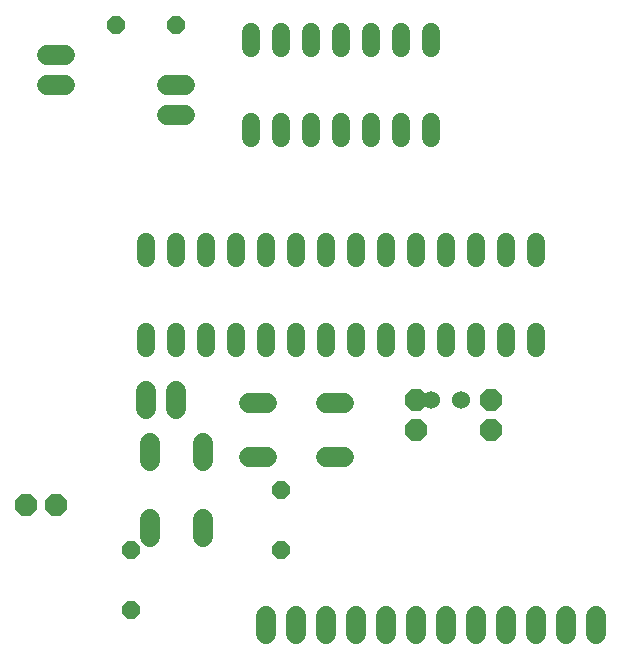
<source format=gts>
G75*
%MOIN*%
%OFA0B0*%
%FSLAX25Y25*%
%IPPOS*%
%LPD*%
%AMOC8*
5,1,8,0,0,1.08239X$1,22.5*
%
%ADD10OC8,0.07100*%
%ADD11C,0.06000*%
%ADD12C,0.06800*%
%ADD13C,0.06000*%
%ADD14OC8,0.06000*%
D10*
X0011800Y0071800D03*
X0021800Y0071800D03*
X0141800Y0096800D03*
X0141800Y0106800D03*
X0166800Y0106800D03*
X0166800Y0096800D03*
D11*
X0161800Y0124200D02*
X0161800Y0129400D01*
X0151800Y0129400D02*
X0151800Y0124200D01*
X0141800Y0124200D02*
X0141800Y0129400D01*
X0131800Y0129400D02*
X0131800Y0124200D01*
X0121800Y0124200D02*
X0121800Y0129400D01*
X0111800Y0129400D02*
X0111800Y0124200D01*
X0101800Y0124200D02*
X0101800Y0129400D01*
X0091800Y0129400D02*
X0091800Y0124200D01*
X0081800Y0124200D02*
X0081800Y0129400D01*
X0071800Y0129400D02*
X0071800Y0124200D01*
X0061800Y0124200D02*
X0061800Y0129400D01*
X0051800Y0129400D02*
X0051800Y0124200D01*
X0051800Y0154200D02*
X0051800Y0159400D01*
X0061800Y0159400D02*
X0061800Y0154200D01*
X0071800Y0154200D02*
X0071800Y0159400D01*
X0081800Y0159400D02*
X0081800Y0154200D01*
X0091800Y0154200D02*
X0091800Y0159400D01*
X0101800Y0159400D02*
X0101800Y0154200D01*
X0111800Y0154200D02*
X0111800Y0159400D01*
X0121800Y0159400D02*
X0121800Y0154200D01*
X0131800Y0154200D02*
X0131800Y0159400D01*
X0141800Y0159400D02*
X0141800Y0154200D01*
X0151800Y0154200D02*
X0151800Y0159400D01*
X0161800Y0159400D02*
X0161800Y0154200D01*
X0171800Y0154200D02*
X0171800Y0159400D01*
X0181800Y0159400D02*
X0181800Y0154200D01*
X0181800Y0129400D02*
X0181800Y0124200D01*
X0171800Y0124200D02*
X0171800Y0129400D01*
X0146800Y0194200D02*
X0146800Y0199400D01*
X0136800Y0199400D02*
X0136800Y0194200D01*
X0126800Y0194200D02*
X0126800Y0199400D01*
X0116800Y0199400D02*
X0116800Y0194200D01*
X0106800Y0194200D02*
X0106800Y0199400D01*
X0096800Y0199400D02*
X0096800Y0194200D01*
X0086800Y0194200D02*
X0086800Y0199400D01*
X0086800Y0224200D02*
X0086800Y0229400D01*
X0096800Y0229400D02*
X0096800Y0224200D01*
X0106800Y0224200D02*
X0106800Y0229400D01*
X0116800Y0229400D02*
X0116800Y0224200D01*
X0126800Y0224200D02*
X0126800Y0229400D01*
X0136800Y0229400D02*
X0136800Y0224200D01*
X0146800Y0224200D02*
X0146800Y0229400D01*
D12*
X0064800Y0211800D02*
X0058800Y0211800D01*
X0058800Y0201800D02*
X0064800Y0201800D01*
X0024800Y0211800D02*
X0018800Y0211800D01*
X0018800Y0221800D02*
X0024800Y0221800D01*
X0051800Y0109800D02*
X0051800Y0103800D01*
X0052900Y0092600D02*
X0052900Y0086600D01*
X0061800Y0103800D02*
X0061800Y0109800D01*
X0070700Y0092600D02*
X0070700Y0086600D01*
X0086000Y0087900D02*
X0092000Y0087900D01*
X0092000Y0105700D02*
X0086000Y0105700D01*
X0111600Y0105700D02*
X0117600Y0105700D01*
X0117600Y0087900D02*
X0111600Y0087900D01*
X0070700Y0067000D02*
X0070700Y0061000D01*
X0052900Y0061000D02*
X0052900Y0067000D01*
X0091800Y0034800D02*
X0091800Y0028800D01*
X0101800Y0028800D02*
X0101800Y0034800D01*
X0111800Y0034800D02*
X0111800Y0028800D01*
X0121800Y0028800D02*
X0121800Y0034800D01*
X0131800Y0034800D02*
X0131800Y0028800D01*
X0141800Y0028800D02*
X0141800Y0034800D01*
X0151800Y0034800D02*
X0151800Y0028800D01*
X0161800Y0028800D02*
X0161800Y0034800D01*
X0171800Y0034800D02*
X0171800Y0028800D01*
X0181800Y0028800D02*
X0181800Y0034800D01*
X0191800Y0034800D02*
X0191800Y0028800D01*
X0201800Y0028800D02*
X0201800Y0034800D01*
D13*
X0156800Y0106800D03*
X0146800Y0106800D03*
D14*
X0046800Y0036800D03*
X0046800Y0056800D03*
X0096800Y0056800D03*
X0096800Y0076800D03*
X0061800Y0231800D03*
X0041800Y0231800D03*
M02*

</source>
